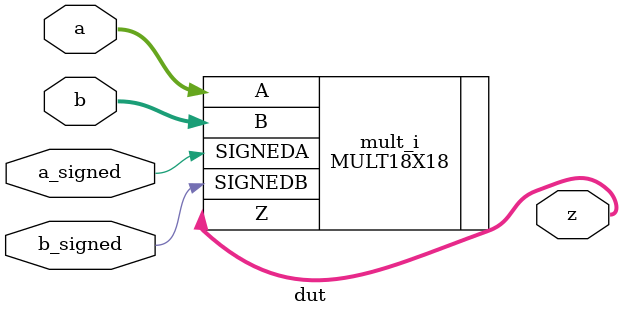
<source format=v>
module dut(
	input a_signed, b_signed,
	input [17:0] a, b,
	output [35:0] z
);

	MULT18X18 #(
		.REGINPUTA("BYPASS"),
		.REGINPUTB("BYPASS"),
		.REGOUTPUT("BYPASS"),
		.GSR("DISABLED")
	) mult_i (
		.A(a),
		.B(b),
		.SIGNEDA(a_signed),
		.SIGNEDB(b_signed),
		.Z(z)
	);

endmodule

</source>
